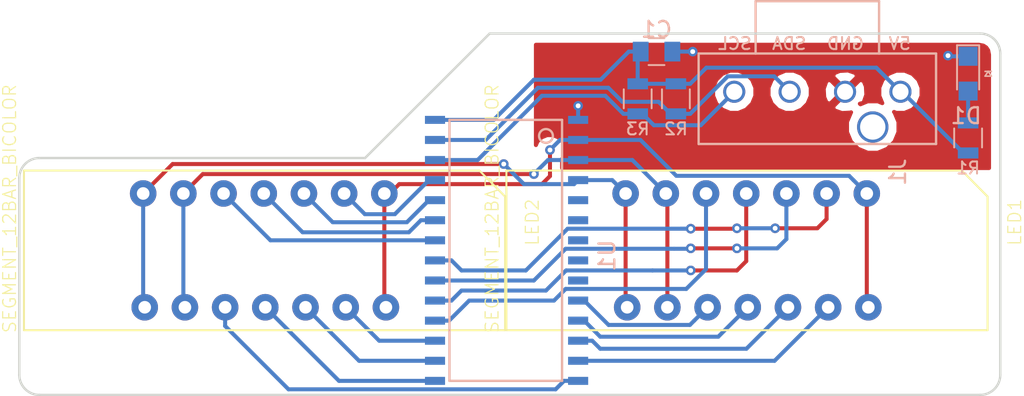
<source format=kicad_pcb>
(kicad_pcb (version 4) (host pcbnew 4.0.7-e2-6376~58~ubuntu16.04.1)

  (general
    (links 41)
    (no_connects 0)
    (area 143.180999 100.508999 205.307001 123.519001)
    (thickness 1.6)
    (drawings 14)
    (tracks 171)
    (zones 0)
    (modules 9)
    (nets 30)
  )

  (page A4)
  (layers
    (0 F.Cu signal)
    (31 B.Cu signal)
    (32 B.Adhes user)
    (33 F.Adhes user)
    (34 B.Paste user)
    (35 F.Paste user)
    (36 B.SilkS user)
    (37 F.SilkS user)
    (38 B.Mask user)
    (39 F.Mask user)
    (40 Dwgs.User user)
    (41 Cmts.User user)
    (42 Eco1.User user)
    (43 Eco2.User user)
    (44 Edge.Cuts user)
    (45 Margin user)
    (46 B.CrtYd user)
    (47 F.CrtYd user)
    (48 B.Fab user)
    (49 F.Fab user)
  )

  (setup
    (last_trace_width 0.254)
    (trace_clearance 0.1524)
    (zone_clearance 0.508)
    (zone_45_only no)
    (trace_min 0.1524)
    (segment_width 0.2)
    (edge_width 0.15)
    (via_size 0.6096)
    (via_drill 0.3048)
    (via_min_size 0.6096)
    (via_min_drill 0.3048)
    (uvia_size 0.3)
    (uvia_drill 0.1)
    (uvias_allowed no)
    (uvia_min_size 0)
    (uvia_min_drill 0)
    (pcb_text_width 0.3)
    (pcb_text_size 1.5 1.5)
    (mod_edge_width 0.15)
    (mod_text_size 1 1)
    (mod_text_width 0.15)
    (pad_size 1.524 1.524)
    (pad_drill 0.762)
    (pad_to_mask_clearance 0.2)
    (aux_axis_origin 0 0)
    (visible_elements FFFFFF7F)
    (pcbplotparams
      (layerselection 0x00030_80000001)
      (usegerberextensions false)
      (excludeedgelayer true)
      (linewidth 0.100000)
      (plotframeref false)
      (viasonmask false)
      (mode 1)
      (useauxorigin false)
      (hpglpennumber 1)
      (hpglpenspeed 20)
      (hpglpendiameter 15)
      (hpglpenoverlay 2)
      (psnegative false)
      (psa4output false)
      (plotreference true)
      (plotvalue true)
      (plotinvisibletext false)
      (padsonsilk false)
      (subtractmaskfromsilk false)
      (outputformat 1)
      (mirror false)
      (drillshape 1)
      (scaleselection 1)
      (outputdirectory ""))
  )

  (net 0 "")
  (net 1 5V)
  (net 2 GND)
  (net 3 "Net-(D1-Pad2)")
  (net 4 SCL)
  (net 5 SDA)
  (net 6 COM0)
  (net 7 ROW4)
  (net 8 ROW5)
  (net 9 ROW6)
  (net 10 ROW7)
  (net 11 COM1)
  (net 12 COM2)
  (net 13 ROW15)
  (net 14 ROW14)
  (net 15 ROW13)
  (net 16 ROW12)
  (net 17 ROW0)
  (net 18 ROW1)
  (net 19 ROW2)
  (net 20 ROW3)
  (net 21 ROW11)
  (net 22 ROW10)
  (net 23 ROW9)
  (net 24 ROW8)
  (net 25 "Net-(U1-Pad5)")
  (net 26 "Net-(U1-Pad6)")
  (net 27 "Net-(U1-Pad7)")
  (net 28 "Net-(U1-Pad8)")
  (net 29 "Net-(U1-Pad9)")

  (net_class Default "This is the default net class."
    (clearance 0.1524)
    (trace_width 0.254)
    (via_dia 0.6096)
    (via_drill 0.3048)
    (uvia_dia 0.3)
    (uvia_drill 0.1)
    (add_net 5V)
    (add_net COM0)
    (add_net COM1)
    (add_net COM2)
    (add_net GND)
    (add_net "Net-(D1-Pad2)")
    (add_net "Net-(U1-Pad5)")
    (add_net "Net-(U1-Pad6)")
    (add_net "Net-(U1-Pad7)")
    (add_net "Net-(U1-Pad8)")
    (add_net "Net-(U1-Pad9)")
    (add_net ROW0)
    (add_net ROW1)
    (add_net ROW10)
    (add_net ROW11)
    (add_net ROW12)
    (add_net ROW13)
    (add_net ROW14)
    (add_net ROW15)
    (add_net ROW2)
    (add_net ROW3)
    (add_net ROW4)
    (add_net ROW5)
    (add_net ROW6)
    (add_net ROW7)
    (add_net ROW8)
    (add_net ROW9)
    (add_net SCL)
    (add_net SDA)
  )

  (module footprints:Ultrafit_4 (layer B.Cu) (tedit 59F24F6F) (tstamp 5A5BD6B1)
    (at 193.675 104.267 270)
    (path /5A5BD75B)
    (fp_text reference J1 (at 5.08 -5.08 270) (layer B.SilkS)
      (effects (font (size 1 1) (thickness 0.15)) (justify mirror))
    )
    (fp_text value Ultrafit_4 (at 4.572 -0.508 540) (layer B.Fab) hide
      (effects (font (size 1 1) (thickness 0.15)) (justify mirror))
    )
    (fp_line (start -5.588 3.81) (end -2.54 3.81) (layer B.Fab) (width 0.15))
    (fp_line (start -2.54 3.81) (end -2.54 -3.81) (layer B.Fab) (width 0.15))
    (fp_line (start -2.54 -3.81) (end -5.588 -3.81) (layer B.Fab) (width 0.15))
    (fp_line (start -5.588 -3.81) (end -5.588 3.81) (layer B.Fab) (width 0.15))
    (fp_text user "6.55mm Clearance" (at -4.07 0 540) (layer B.Fab)
      (effects (font (size 0.5 0.5) (thickness 0.08)) (justify mirror))
    )
    (fp_line (start -2.42 3.9) (end -5.73 3.9) (layer B.SilkS) (width 0.15))
    (fp_line (start -5.73 3.9) (end -5.73 -3.9) (layer B.SilkS) (width 0.15))
    (fp_line (start -5.73 -3.9) (end -2.42 -3.9) (layer B.SilkS) (width 0.15))
    (fp_line (start -2.42 -7.5) (end 3.302 -7.5) (layer B.SilkS) (width 0.15))
    (fp_line (start -2.42 7.5) (end 3.302 7.5) (layer B.SilkS) (width 0.15))
    (fp_line (start -2.42 -7.5) (end -2.42 7.5) (layer B.SilkS) (width 0.15))
    (fp_line (start 3.302 -7.5) (end 3.302 7.5) (layer B.SilkS) (width 0.15))
    (pad 2 thru_hole circle (at 0 -1.75 270) (size 1.397 1.397) (drill 1.02) (layers *.Cu *.Mask)
      (net 2 GND))
    (pad 1 thru_hole circle (at 0 -5.25 270) (size 1.397 1.397) (drill 1.02) (layers *.Cu *.Mask)
      (net 1 5V))
    (pad "" thru_hole circle (at 2.23 -3.5 270) (size 1.981 1.981) (drill 1.6) (layers *.Cu *.Mask))
    (pad 3 thru_hole circle (at 0 1.75 90) (size 1.397 1.397) (drill 1.02) (layers *.Cu *.Mask)
      (net 5 SDA))
    (pad 4 thru_hole circle (at 0 5.25 90) (size 1.397 1.397) (drill 1.02) (layers *.Cu *.Mask)
      (net 4 SCL))
  )

  (module footprints:SOP28 (layer B.Cu) (tedit 5A42AF63) (tstamp 5A42B0FE)
    (at 178.562 106.045 270)
    (path /5A25A0FB)
    (fp_text reference U1 (at 8.5852 -1.8288 270) (layer B.SilkS)
      (effects (font (size 1 1) (thickness 0.15)) (justify mirror))
    )
    (fp_text value HT16K33 (at 8.4836 10.5664 270) (layer B.Fab)
      (effects (font (size 1 1) (thickness 0.15)) (justify mirror))
    )
    (fp_circle (center 1.016 2.032) (end 1.27 2.3876) (layer B.SilkS) (width 0.15))
    (fp_line (start 0 1.016) (end 0 8.128) (layer B.SilkS) (width 0.15))
    (fp_line (start 16.51 1.016) (end 0 1.016) (layer B.SilkS) (width 0.15))
    (fp_line (start 16.51 8.128) (end 16.51 1.016) (layer B.SilkS) (width 0.15))
    (fp_line (start 0 8.128) (end 16.51 8.128) (layer B.SilkS) (width 0.15))
    (pad 1 smd rect (at 0 0 270) (size 0.508 1.27) (layers B.Cu B.Paste B.Mask)
      (net 2 GND))
    (pad 2 smd rect (at 1.27 0 270) (size 0.508 1.27) (layers B.Cu B.Paste B.Mask)
      (net 6 COM0))
    (pad 3 smd rect (at 2.54 0 270) (size 0.508 1.27) (layers B.Cu B.Paste B.Mask)
      (net 11 COM1))
    (pad 4 smd rect (at 3.81 0 270) (size 0.508 1.27) (layers B.Cu B.Paste B.Mask)
      (net 12 COM2))
    (pad 5 smd rect (at 5.08 0 270) (size 0.508 1.27) (layers B.Cu B.Paste B.Mask)
      (net 25 "Net-(U1-Pad5)"))
    (pad 6 smd rect (at 6.35 0 270) (size 0.508 1.27) (layers B.Cu B.Paste B.Mask)
      (net 26 "Net-(U1-Pad6)"))
    (pad 7 smd rect (at 7.62 0 270) (size 0.508 1.27) (layers B.Cu B.Paste B.Mask)
      (net 27 "Net-(U1-Pad7)"))
    (pad 8 smd rect (at 8.89 0 270) (size 0.508 1.27) (layers B.Cu B.Paste B.Mask)
      (net 28 "Net-(U1-Pad8)"))
    (pad 9 smd rect (at 10.16 0 270) (size 0.508 1.27) (layers B.Cu B.Paste B.Mask)
      (net 29 "Net-(U1-Pad9)"))
    (pad 10 smd rect (at 11.43 0 270) (size 0.508 1.27) (layers B.Cu B.Paste B.Mask)
      (net 13 ROW15))
    (pad 11 smd rect (at 12.7 0 270) (size 0.508 1.27) (layers B.Cu B.Paste B.Mask)
      (net 14 ROW14))
    (pad 12 smd rect (at 13.97 0 270) (size 0.508 1.27) (layers B.Cu B.Paste B.Mask)
      (net 15 ROW13))
    (pad 13 smd rect (at 15.24 0 270) (size 0.508 1.27) (layers B.Cu B.Paste B.Mask)
      (net 16 ROW12))
    (pad 14 smd rect (at 16.51 0 270) (size 0.508 1.27) (layers B.Cu B.Paste B.Mask)
      (net 21 ROW11))
    (pad 15 smd rect (at 16.51 9.0424 270) (size 0.508 1.27) (layers B.Cu B.Paste B.Mask)
      (net 22 ROW10))
    (pad 16 smd rect (at 15.24 9.0424 270) (size 0.508 1.27) (layers B.Cu B.Paste B.Mask)
      (net 23 ROW9))
    (pad 17 smd rect (at 13.97 9.0424 270) (size 0.508 1.27) (layers B.Cu B.Paste B.Mask)
      (net 24 ROW8))
    (pad 18 smd rect (at 12.7 9.0424 270) (size 0.508 1.27) (layers B.Cu B.Paste B.Mask)
      (net 10 ROW7))
    (pad 19 smd rect (at 11.43 9.0424 270) (size 0.508 1.27) (layers B.Cu B.Paste B.Mask)
      (net 9 ROW6))
    (pad 20 smd rect (at 10.16 9.0424 270) (size 0.508 1.27) (layers B.Cu B.Paste B.Mask)
      (net 8 ROW5))
    (pad 21 smd rect (at 8.89 9.0424 270) (size 0.508 1.27) (layers B.Cu B.Paste B.Mask)
      (net 7 ROW4))
    (pad 22 smd rect (at 7.62 9.0424 270) (size 0.508 1.27) (layers B.Cu B.Paste B.Mask)
      (net 20 ROW3))
    (pad 23 smd rect (at 6.35 9.0424 270) (size 0.508 1.27) (layers B.Cu B.Paste B.Mask)
      (net 19 ROW2))
    (pad 24 smd rect (at 5.08 9.0424 270) (size 0.508 1.27) (layers B.Cu B.Paste B.Mask)
      (net 18 ROW1))
    (pad 25 smd rect (at 3.81 9.0424 270) (size 0.508 1.27) (layers B.Cu B.Paste B.Mask)
      (net 17 ROW0))
    (pad 26 smd rect (at 2.54 9.0424 270) (size 0.508 1.27) (layers B.Cu B.Paste B.Mask)
      (net 4 SCL))
    (pad 27 smd rect (at 1.27 9.0424 270) (size 0.508 1.27) (layers B.Cu B.Paste B.Mask)
      (net 5 SDA))
    (pad 28 smd rect (at 0 9.0424 270) (size 0.508 1.27) (layers B.Cu B.Paste B.Mask)
      (net 1 5V))
  )

  (module adafruit:SEGMENT_BICOL_BL-AR12Z3010 (layer F.Cu) (tedit 200000) (tstamp 5A285F20)
    (at 189.23 114.3 270)
    (descr "SOUCE: HTTP://WWW.BETLUX.COM/PRODUCT/LED_LIGHT_BAR/BL-AR12B3010XX.PDF")
    (tags "SOUCE: HTTP://WWW.BETLUX.COM/PRODUCT/LED_LIGHT_BAR/BL-AR12B3010XX.PDF")
    (path /5A24E428)
    (attr virtual)
    (fp_text reference LED1 (at -1.778 -16.9164 270) (layer F.SilkS)
      (effects (font (size 0.8128 0.8128) (thickness 0.0762)))
    )
    (fp_text value SEGMENT_12BAR_BICOLOR (at -2.6416 16.1036 270) (layer F.SilkS)
      (effects (font (size 0.8128 0.8128) (thickness 0.0762)))
    )
    (fp_line (start -2.49936 -0.39878) (end 2.49936 -0.39878) (layer Dwgs.User) (width 0.06604))
    (fp_line (start 2.49936 -0.39878) (end 2.49936 -2.13868) (layer Dwgs.User) (width 0.06604))
    (fp_line (start -2.49936 -2.13868) (end 2.49936 -2.13868) (layer Dwgs.User) (width 0.06604))
    (fp_line (start -2.49936 -0.39878) (end -2.49936 -2.13868) (layer Dwgs.User) (width 0.06604))
    (fp_line (start -2.49936 -2.93878) (end 2.49936 -2.93878) (layer Dwgs.User) (width 0.06604))
    (fp_line (start 2.49936 -2.93878) (end 2.49936 -4.67868) (layer Dwgs.User) (width 0.06604))
    (fp_line (start -2.49936 -4.67868) (end 2.49936 -4.67868) (layer Dwgs.User) (width 0.06604))
    (fp_line (start -2.49936 -2.93878) (end -2.49936 -4.67868) (layer Dwgs.User) (width 0.06604))
    (fp_line (start -2.49936 -5.47878) (end 2.49936 -5.47878) (layer Dwgs.User) (width 0.06604))
    (fp_line (start 2.49936 -5.47878) (end 2.49936 -7.21868) (layer Dwgs.User) (width 0.06604))
    (fp_line (start -2.49936 -7.21868) (end 2.49936 -7.21868) (layer Dwgs.User) (width 0.06604))
    (fp_line (start -2.49936 -5.47878) (end -2.49936 -7.21868) (layer Dwgs.User) (width 0.06604))
    (fp_line (start -2.49936 -8.01878) (end 2.49936 -8.01878) (layer Dwgs.User) (width 0.06604))
    (fp_line (start 2.49936 -8.01878) (end 2.49936 -9.75868) (layer Dwgs.User) (width 0.06604))
    (fp_line (start -2.49936 -9.75868) (end 2.49936 -9.75868) (layer Dwgs.User) (width 0.06604))
    (fp_line (start -2.49936 -8.01878) (end -2.49936 -9.75868) (layer Dwgs.User) (width 0.06604))
    (fp_line (start -2.49936 -10.55878) (end 2.49936 -10.55878) (layer Dwgs.User) (width 0.06604))
    (fp_line (start 2.49936 -10.55878) (end 2.49936 -12.29868) (layer Dwgs.User) (width 0.06604))
    (fp_line (start -2.49936 -12.29868) (end 2.49936 -12.29868) (layer Dwgs.User) (width 0.06604))
    (fp_line (start -2.49936 -10.55878) (end -2.49936 -12.29868) (layer Dwgs.User) (width 0.06604))
    (fp_line (start -2.49936 -13.09878) (end 2.49936 -13.09878) (layer Dwgs.User) (width 0.06604))
    (fp_line (start 2.49936 -13.09878) (end 2.49936 -14.83868) (layer Dwgs.User) (width 0.06604))
    (fp_line (start -2.49936 -14.83868) (end 2.49936 -14.83868) (layer Dwgs.User) (width 0.06604))
    (fp_line (start -2.49936 -13.09878) (end -2.49936 -14.83868) (layer Dwgs.User) (width 0.06604))
    (fp_line (start -2.49936 2.13868) (end 2.49936 2.13868) (layer Dwgs.User) (width 0.06604))
    (fp_line (start 2.49936 2.13868) (end 2.49936 0.39878) (layer Dwgs.User) (width 0.06604))
    (fp_line (start -2.49936 0.39878) (end 2.49936 0.39878) (layer Dwgs.User) (width 0.06604))
    (fp_line (start -2.49936 2.13868) (end -2.49936 0.39878) (layer Dwgs.User) (width 0.06604))
    (fp_line (start -2.49936 4.67868) (end 2.49936 4.67868) (layer Dwgs.User) (width 0.06604))
    (fp_line (start 2.49936 4.67868) (end 2.49936 2.93878) (layer Dwgs.User) (width 0.06604))
    (fp_line (start -2.49936 2.93878) (end 2.49936 2.93878) (layer Dwgs.User) (width 0.06604))
    (fp_line (start -2.49936 4.67868) (end -2.49936 2.93878) (layer Dwgs.User) (width 0.06604))
    (fp_line (start -2.49936 7.21868) (end 2.49936 7.21868) (layer Dwgs.User) (width 0.06604))
    (fp_line (start 2.49936 7.21868) (end 2.49936 5.47878) (layer Dwgs.User) (width 0.06604))
    (fp_line (start -2.49936 5.47878) (end 2.49936 5.47878) (layer Dwgs.User) (width 0.06604))
    (fp_line (start -2.49936 7.21868) (end -2.49936 5.47878) (layer Dwgs.User) (width 0.06604))
    (fp_line (start -2.49936 9.75868) (end 2.49936 9.75868) (layer Dwgs.User) (width 0.06604))
    (fp_line (start 2.49936 9.75868) (end 2.49936 8.01878) (layer Dwgs.User) (width 0.06604))
    (fp_line (start -2.49936 8.01878) (end 2.49936 8.01878) (layer Dwgs.User) (width 0.06604))
    (fp_line (start -2.49936 9.75868) (end -2.49936 8.01878) (layer Dwgs.User) (width 0.06604))
    (fp_line (start -2.49936 12.29868) (end 2.49936 12.29868) (layer Dwgs.User) (width 0.06604))
    (fp_line (start 2.49936 12.29868) (end 2.49936 10.55878) (layer Dwgs.User) (width 0.06604))
    (fp_line (start -2.49936 10.55878) (end 2.49936 10.55878) (layer Dwgs.User) (width 0.06604))
    (fp_line (start -2.49936 12.29868) (end -2.49936 10.55878) (layer Dwgs.User) (width 0.06604))
    (fp_line (start -2.49936 14.83868) (end 2.49936 14.83868) (layer Dwgs.User) (width 0.06604))
    (fp_line (start 2.49936 14.83868) (end 2.49936 13.09878) (layer Dwgs.User) (width 0.06604))
    (fp_line (start -2.49936 13.09878) (end 2.49936 13.09878) (layer Dwgs.User) (width 0.06604))
    (fp_line (start -2.49936 14.83868) (end -2.49936 13.09878) (layer Dwgs.User) (width 0.06604))
    (fp_line (start -5.04952 15.19936) (end 5.04952 15.19936) (layer Dwgs.User) (width 0.127))
    (fp_line (start 5.04952 15.19936) (end 5.04952 -15.19936) (layer Dwgs.User) (width 0.127))
    (fp_line (start -5.04952 15.19936) (end 5.04952 15.19936) (layer F.SilkS) (width 0.127))
    (fp_line (start 5.04952 15.19936) (end 5.04952 -15.19936) (layer F.SilkS) (width 0.127))
    (fp_line (start 5.04952 -15.19936) (end -3.4036 -15.19936) (layer F.SilkS) (width 0.127))
    (fp_line (start -3.4036 -15.19936) (end -5.04952 -13.57376) (layer F.SilkS) (width 0.127))
    (fp_line (start -5.04952 -13.57376) (end -5.04952 15.19936) (layer F.SilkS) (width 0.127))
    (fp_line (start -5.04952 15.19936) (end -5.04952 -13.57376) (layer Dwgs.User) (width 0.127))
    (fp_line (start -5.04952 -13.57376) (end -3.4036 -15.19936) (layer Dwgs.User) (width 0.127))
    (fp_line (start -3.4036 -15.19936) (end 5.04952 -15.19936) (layer Dwgs.User) (width 0.127))
    (fp_text user A (at 6.35 -13.97 270) (layer Dwgs.User)
      (effects (font (size 1.27 1.27) (thickness 0.1016)))
    )
    (fp_text user B (at 6.35 -11.43 270) (layer Dwgs.User)
      (effects (font (size 1.27 1.27) (thickness 0.1016)))
    )
    (fp_text user C (at 6.35 -8.89 270) (layer Dwgs.User)
      (effects (font (size 1.27 1.27) (thickness 0.1016)))
    )
    (fp_text user D (at 6.35 -6.35 270) (layer Dwgs.User)
      (effects (font (size 1.27 1.27) (thickness 0.1016)))
    )
    (fp_text user E (at 6.35 -3.81 270) (layer Dwgs.User)
      (effects (font (size 1.27 1.27) (thickness 0.1016)))
    )
    (fp_text user F (at 6.35 -1.27 270) (layer Dwgs.User)
      (effects (font (size 1.27 1.27) (thickness 0.1016)))
    )
    (fp_text user G (at 6.35 1.27 270) (layer Dwgs.User)
      (effects (font (size 1.27 1.27) (thickness 0.1016)))
    )
    (fp_text user H (at 6.35 3.81 270) (layer Dwgs.User)
      (effects (font (size 1.27 1.27) (thickness 0.1016)))
    )
    (fp_text user I (at 6.35 6.35 270) (layer Dwgs.User)
      (effects (font (size 1.27 1.27) (thickness 0.1016)))
    )
    (fp_text user J (at 6.35 8.89 270) (layer Dwgs.User)
      (effects (font (size 1.27 1.27) (thickness 0.1016)))
    )
    (fp_text user K (at 6.35 11.43 270) (layer Dwgs.User)
      (effects (font (size 1.27 1.27) (thickness 0.1016)))
    )
    (fp_text user L (at 6.35 13.97 270) (layer Dwgs.User)
      (effects (font (size 1.27 1.27) (thickness 0.1016)))
    )
    (pad 1 thru_hole circle (at -3.59918 -7.5692 270) (size 1.6764 1.6764) (drill 0.79756) (layers *.Cu *.Paste *.Mask)
      (net 6 COM0))
    (pad 2 thru_hole circle (at -3.59918 -5.0292 270) (size 1.6764 1.6764) (drill 0.79756) (layers *.Cu *.Paste *.Mask)
      (net 7 ROW4))
    (pad 3 thru_hole circle (at -3.59918 -2.4892 270) (size 1.6764 1.6764) (drill 0.79756) (layers *.Cu *.Paste *.Mask)
      (net 8 ROW5))
    (pad 4 thru_hole circle (at -3.59918 0.04826 270) (size 1.6764 1.6764) (drill 0.79756) (layers *.Cu *.Paste *.Mask)
      (net 9 ROW6))
    (pad 5 thru_hole circle (at -3.59918 2.58826 270) (size 1.6764 1.6764) (drill 0.79756) (layers *.Cu *.Paste *.Mask)
      (net 10 ROW7))
    (pad 6 thru_hole circle (at -3.59918 5.12826 270) (size 1.6764 1.6764) (drill 0.79756) (layers *.Cu *.Paste *.Mask)
      (net 11 COM1))
    (pad 7 thru_hole circle (at -3.59918 7.66826 270) (size 1.6764 1.6764) (drill 0.79756) (layers *.Cu *.Paste *.Mask)
      (net 12 COM2))
    (pad 8 thru_hole circle (at 3.59918 7.5692 270) (size 1.6764 1.6764) (drill 0.79756) (layers *.Cu *.Paste *.Mask)
      (net 12 COM2))
    (pad 9 thru_hole circle (at 3.59918 5.0292 270) (size 1.6764 1.6764) (drill 0.79756) (layers *.Cu *.Paste *.Mask)
      (net 11 COM1))
    (pad 10 thru_hole circle (at 3.59918 2.4892 270) (size 1.6764 1.6764) (drill 0.79756) (layers *.Cu *.Paste *.Mask)
      (net 13 ROW15))
    (pad 11 thru_hole circle (at 3.59918 -0.04826 270) (size 1.6764 1.6764) (drill 0.79756) (layers *.Cu *.Paste *.Mask)
      (net 14 ROW14))
    (pad 12 thru_hole circle (at 3.59918 -2.58826 270) (size 1.6764 1.6764) (drill 0.79756) (layers *.Cu *.Paste *.Mask)
      (net 15 ROW13))
    (pad 13 thru_hole circle (at 3.59918 -5.12826 270) (size 1.6764 1.6764) (drill 0.79756) (layers *.Cu *.Paste *.Mask)
      (net 16 ROW12))
    (pad 14 thru_hole circle (at 3.59918 -7.66826 270) (size 1.6764 1.6764) (drill 0.79756) (layers *.Cu *.Paste *.Mask)
      (net 6 COM0))
  )

  (module footprints:C_0805_OEM (layer B.Cu) (tedit 59F250E7) (tstamp 5A285EBA)
    (at 183.515 101.727)
    (descr "Capacitor SMD 0805, reflow soldering, AVX (see smccp.pdf)")
    (tags "capacitor 0805")
    (path /5A25A180)
    (attr smd)
    (fp_text reference C1 (at 0 -1.397) (layer B.SilkS)
      (effects (font (size 1 1) (thickness 0.15)) (justify mirror))
    )
    (fp_text value C_10uF (at 0 -1.75) (layer B.Fab) hide
      (effects (font (size 1 1) (thickness 0.15)) (justify mirror))
    )
    (fp_line (start -1 -0.62) (end -1 0.62) (layer B.Fab) (width 0.1))
    (fp_line (start 1 -0.62) (end -1 -0.62) (layer B.Fab) (width 0.1))
    (fp_line (start 1 0.62) (end 1 -0.62) (layer B.Fab) (width 0.1))
    (fp_line (start -1 0.62) (end 1 0.62) (layer B.Fab) (width 0.1))
    (fp_line (start 0.5 0.85) (end -0.5 0.85) (layer B.SilkS) (width 0.12))
    (fp_line (start -0.5 -0.85) (end 0.5 -0.85) (layer B.SilkS) (width 0.12))
    (fp_line (start -1.75 0.88) (end 1.75 0.88) (layer B.CrtYd) (width 0.05))
    (fp_line (start -1.75 0.88) (end -1.75 -0.87) (layer B.CrtYd) (width 0.05))
    (fp_line (start 1.75 -0.87) (end 1.75 0.88) (layer B.CrtYd) (width 0.05))
    (fp_line (start 1.75 -0.87) (end -1.75 -0.87) (layer B.CrtYd) (width 0.05))
    (pad 1 smd rect (at -1 0) (size 1 1.25) (layers B.Cu B.Paste B.Mask)
      (net 1 5V))
    (pad 2 smd rect (at 1 0) (size 1 1.25) (layers B.Cu B.Paste B.Mask)
      (net 2 GND))
    (model Capacitors_SMD.3dshapes/C_0805.wrl
      (at (xyz 0 0 0))
      (scale (xyz 1 1 1))
      (rotate (xyz 0 0 0))
    )
  )

  (module footprints:LED_0805_OEM (layer B.Cu) (tedit 59F2572F) (tstamp 5A285EC0)
    (at 203.2 103.124 270)
    (descr "LED 0805 smd package")
    (tags "LED led 0805 SMD smd SMT smt smdled SMDLED smtled SMTLED")
    (path /5A263930)
    (attr smd)
    (fp_text reference D1 (at 2.667 0.127 360) (layer B.SilkS)
      (effects (font (size 1 1) (thickness 0.15)) (justify mirror))
    )
    (fp_text value LED_0805 (at 0.508 -2.032 270) (layer B.Fab) hide
      (effects (font (size 1 1) (thickness 0.15)) (justify mirror))
    )
    (fp_line (start -1.8 0.7) (end -1.8 -0.7) (layer B.SilkS) (width 0.12))
    (fp_line (start -0.146 -1.07) (end -0.146 -1.47) (layer B.SilkS) (width 0.1))
    (fp_line (start -0.146 -1.27) (end 0.154 -1.07) (layer B.SilkS) (width 0.1))
    (fp_line (start 0.154 -1.47) (end -0.146 -1.27) (layer B.SilkS) (width 0.1))
    (fp_line (start 0.154 -1.07) (end 0.154 -1.47) (layer B.SilkS) (width 0.1))
    (fp_line (start 1 -0.6) (end -1 -0.6) (layer B.Fab) (width 0.1))
    (fp_line (start 1 0.6) (end 1 -0.6) (layer B.Fab) (width 0.1))
    (fp_line (start -1 0.6) (end 1 0.6) (layer B.Fab) (width 0.1))
    (fp_line (start -1 -0.6) (end -1 0.6) (layer B.Fab) (width 0.1))
    (fp_line (start -1.8 -0.7) (end 1 -0.7) (layer B.SilkS) (width 0.12))
    (fp_line (start -1.8 0.7) (end 1 0.7) (layer B.SilkS) (width 0.12))
    (fp_line (start 1.95 0.85) (end 1.95 -0.85) (layer B.CrtYd) (width 0.05))
    (fp_line (start 1.95 -0.85) (end -1.95 -0.85) (layer B.CrtYd) (width 0.05))
    (fp_line (start -1.95 -0.85) (end -1.95 0.85) (layer B.CrtYd) (width 0.05))
    (fp_line (start -1.95 0.85) (end 1.95 0.85) (layer B.CrtYd) (width 0.05))
    (pad 2 smd rect (at 1.1 0 90) (size 1.2 1.2) (layers B.Cu B.Paste B.Mask)
      (net 3 "Net-(D1-Pad2)"))
    (pad 1 smd rect (at -1.1 0 90) (size 1.2 1.2) (layers B.Cu B.Paste B.Mask)
      (net 2 GND))
    (model ${KISYS3DMOD}/LEDs.3dshapes/LED_0805.wrl
      (at (xyz 0 0 0))
      (scale (xyz 1 1 1))
      (rotate (xyz 0 0 180))
    )
  )

  (module adafruit:SEGMENT_BICOL_BL-AR12Z3010 (layer F.Cu) (tedit 200000) (tstamp 5A285F78)
    (at 158.75 114.3 270)
    (descr "SOUCE: HTTP://WWW.BETLUX.COM/PRODUCT/LED_LIGHT_BAR/BL-AR12B3010XX.PDF")
    (tags "SOUCE: HTTP://WWW.BETLUX.COM/PRODUCT/LED_LIGHT_BAR/BL-AR12B3010XX.PDF")
    (path /5A24E310)
    (attr virtual)
    (fp_text reference LED2 (at -1.778 -16.9164 270) (layer F.SilkS)
      (effects (font (size 0.8128 0.8128) (thickness 0.0762)))
    )
    (fp_text value SEGMENT_12BAR_BICOLOR (at -2.6416 16.1036 270) (layer F.SilkS)
      (effects (font (size 0.8128 0.8128) (thickness 0.0762)))
    )
    (fp_line (start -2.49936 -0.39878) (end 2.49936 -0.39878) (layer Dwgs.User) (width 0.06604))
    (fp_line (start 2.49936 -0.39878) (end 2.49936 -2.13868) (layer Dwgs.User) (width 0.06604))
    (fp_line (start -2.49936 -2.13868) (end 2.49936 -2.13868) (layer Dwgs.User) (width 0.06604))
    (fp_line (start -2.49936 -0.39878) (end -2.49936 -2.13868) (layer Dwgs.User) (width 0.06604))
    (fp_line (start -2.49936 -2.93878) (end 2.49936 -2.93878) (layer Dwgs.User) (width 0.06604))
    (fp_line (start 2.49936 -2.93878) (end 2.49936 -4.67868) (layer Dwgs.User) (width 0.06604))
    (fp_line (start -2.49936 -4.67868) (end 2.49936 -4.67868) (layer Dwgs.User) (width 0.06604))
    (fp_line (start -2.49936 -2.93878) (end -2.49936 -4.67868) (layer Dwgs.User) (width 0.06604))
    (fp_line (start -2.49936 -5.47878) (end 2.49936 -5.47878) (layer Dwgs.User) (width 0.06604))
    (fp_line (start 2.49936 -5.47878) (end 2.49936 -7.21868) (layer Dwgs.User) (width 0.06604))
    (fp_line (start -2.49936 -7.21868) (end 2.49936 -7.21868) (layer Dwgs.User) (width 0.06604))
    (fp_line (start -2.49936 -5.47878) (end -2.49936 -7.21868) (layer Dwgs.User) (width 0.06604))
    (fp_line (start -2.49936 -8.01878) (end 2.49936 -8.01878) (layer Dwgs.User) (width 0.06604))
    (fp_line (start 2.49936 -8.01878) (end 2.49936 -9.75868) (layer Dwgs.User) (width 0.06604))
    (fp_line (start -2.49936 -9.75868) (end 2.49936 -9.75868) (layer Dwgs.User) (width 0.06604))
    (fp_line (start -2.49936 -8.01878) (end -2.49936 -9.75868) (layer Dwgs.User) (width 0.06604))
    (fp_line (start -2.49936 -10.55878) (end 2.49936 -10.55878) (layer Dwgs.User) (width 0.06604))
    (fp_line (start 2.49936 -10.55878) (end 2.49936 -12.29868) (layer Dwgs.User) (width 0.06604))
    (fp_line (start -2.49936 -12.29868) (end 2.49936 -12.29868) (layer Dwgs.User) (width 0.06604))
    (fp_line (start -2.49936 -10.55878) (end -2.49936 -12.29868) (layer Dwgs.User) (width 0.06604))
    (fp_line (start -2.49936 -13.09878) (end 2.49936 -13.09878) (layer Dwgs.User) (width 0.06604))
    (fp_line (start 2.49936 -13.09878) (end 2.49936 -14.83868) (layer Dwgs.User) (width 0.06604))
    (fp_line (start -2.49936 -14.83868) (end 2.49936 -14.83868) (layer Dwgs.User) (width 0.06604))
    (fp_line (start -2.49936 -13.09878) (end -2.49936 -14.83868) (layer Dwgs.User) (width 0.06604))
    (fp_line (start -2.49936 2.13868) (end 2.49936 2.13868) (layer Dwgs.User) (width 0.06604))
    (fp_line (start 2.49936 2.13868) (end 2.49936 0.39878) (layer Dwgs.User) (width 0.06604))
    (fp_line (start -2.49936 0.39878) (end 2.49936 0.39878) (layer Dwgs.User) (width 0.06604))
    (fp_line (start -2.49936 2.13868) (end -2.49936 0.39878) (layer Dwgs.User) (width 0.06604))
    (fp_line (start -2.49936 4.67868) (end 2.49936 4.67868) (layer Dwgs.User) (width 0.06604))
    (fp_line (start 2.49936 4.67868) (end 2.49936 2.93878) (layer Dwgs.User) (width 0.06604))
    (fp_line (start -2.49936 2.93878) (end 2.49936 2.93878) (layer Dwgs.User) (width 0.06604))
    (fp_line (start -2.49936 4.67868) (end -2.49936 2.93878) (layer Dwgs.User) (width 0.06604))
    (fp_line (start -2.49936 7.21868) (end 2.49936 7.21868) (layer Dwgs.User) (width 0.06604))
    (fp_line (start 2.49936 7.21868) (end 2.49936 5.47878) (layer Dwgs.User) (width 0.06604))
    (fp_line (start -2.49936 5.47878) (end 2.49936 5.47878) (layer Dwgs.User) (width 0.06604))
    (fp_line (start -2.49936 7.21868) (end -2.49936 5.47878) (layer Dwgs.User) (width 0.06604))
    (fp_line (start -2.49936 9.75868) (end 2.49936 9.75868) (layer Dwgs.User) (width 0.06604))
    (fp_line (start 2.49936 9.75868) (end 2.49936 8.01878) (layer Dwgs.User) (width 0.06604))
    (fp_line (start -2.49936 8.01878) (end 2.49936 8.01878) (layer Dwgs.User) (width 0.06604))
    (fp_line (start -2.49936 9.75868) (end -2.49936 8.01878) (layer Dwgs.User) (width 0.06604))
    (fp_line (start -2.49936 12.29868) (end 2.49936 12.29868) (layer Dwgs.User) (width 0.06604))
    (fp_line (start 2.49936 12.29868) (end 2.49936 10.55878) (layer Dwgs.User) (width 0.06604))
    (fp_line (start -2.49936 10.55878) (end 2.49936 10.55878) (layer Dwgs.User) (width 0.06604))
    (fp_line (start -2.49936 12.29868) (end -2.49936 10.55878) (layer Dwgs.User) (width 0.06604))
    (fp_line (start -2.49936 14.83868) (end 2.49936 14.83868) (layer Dwgs.User) (width 0.06604))
    (fp_line (start 2.49936 14.83868) (end 2.49936 13.09878) (layer Dwgs.User) (width 0.06604))
    (fp_line (start -2.49936 13.09878) (end 2.49936 13.09878) (layer Dwgs.User) (width 0.06604))
    (fp_line (start -2.49936 14.83868) (end -2.49936 13.09878) (layer Dwgs.User) (width 0.06604))
    (fp_line (start -5.04952 15.19936) (end 5.04952 15.19936) (layer Dwgs.User) (width 0.127))
    (fp_line (start 5.04952 15.19936) (end 5.04952 -15.19936) (layer Dwgs.User) (width 0.127))
    (fp_line (start -5.04952 15.19936) (end 5.04952 15.19936) (layer F.SilkS) (width 0.127))
    (fp_line (start 5.04952 15.19936) (end 5.04952 -15.19936) (layer F.SilkS) (width 0.127))
    (fp_line (start 5.04952 -15.19936) (end -3.4036 -15.19936) (layer F.SilkS) (width 0.127))
    (fp_line (start -3.4036 -15.19936) (end -5.04952 -13.57376) (layer F.SilkS) (width 0.127))
    (fp_line (start -5.04952 -13.57376) (end -5.04952 15.19936) (layer F.SilkS) (width 0.127))
    (fp_line (start -5.04952 15.19936) (end -5.04952 -13.57376) (layer Dwgs.User) (width 0.127))
    (fp_line (start -5.04952 -13.57376) (end -3.4036 -15.19936) (layer Dwgs.User) (width 0.127))
    (fp_line (start -3.4036 -15.19936) (end 5.04952 -15.19936) (layer Dwgs.User) (width 0.127))
    (fp_text user A (at 6.35 -13.97 270) (layer Dwgs.User)
      (effects (font (size 1.27 1.27) (thickness 0.1016)))
    )
    (fp_text user B (at 6.35 -11.43 270) (layer Dwgs.User)
      (effects (font (size 1.27 1.27) (thickness 0.1016)))
    )
    (fp_text user C (at 6.35 -8.89 270) (layer Dwgs.User)
      (effects (font (size 1.27 1.27) (thickness 0.1016)))
    )
    (fp_text user D (at 6.35 -6.35 270) (layer Dwgs.User)
      (effects (font (size 1.27 1.27) (thickness 0.1016)))
    )
    (fp_text user E (at 6.35 -3.81 270) (layer Dwgs.User)
      (effects (font (size 1.27 1.27) (thickness 0.1016)))
    )
    (fp_text user F (at 6.35 -1.27 270) (layer Dwgs.User)
      (effects (font (size 1.27 1.27) (thickness 0.1016)))
    )
    (fp_text user G (at 6.35 1.27 270) (layer Dwgs.User)
      (effects (font (size 1.27 1.27) (thickness 0.1016)))
    )
    (fp_text user H (at 6.35 3.81 270) (layer Dwgs.User)
      (effects (font (size 1.27 1.27) (thickness 0.1016)))
    )
    (fp_text user I (at 6.35 6.35 270) (layer Dwgs.User)
      (effects (font (size 1.27 1.27) (thickness 0.1016)))
    )
    (fp_text user J (at 6.35 8.89 270) (layer Dwgs.User)
      (effects (font (size 1.27 1.27) (thickness 0.1016)))
    )
    (fp_text user K (at 6.35 11.43 270) (layer Dwgs.User)
      (effects (font (size 1.27 1.27) (thickness 0.1016)))
    )
    (fp_text user L (at 6.35 13.97 270) (layer Dwgs.User)
      (effects (font (size 1.27 1.27) (thickness 0.1016)))
    )
    (pad 1 thru_hole circle (at -3.59918 -7.5692 270) (size 1.6764 1.6764) (drill 0.79756) (layers *.Cu *.Paste *.Mask)
      (net 6 COM0))
    (pad 2 thru_hole circle (at -3.59918 -5.0292 270) (size 1.6764 1.6764) (drill 0.79756) (layers *.Cu *.Paste *.Mask)
      (net 17 ROW0))
    (pad 3 thru_hole circle (at -3.59918 -2.4892 270) (size 1.6764 1.6764) (drill 0.79756) (layers *.Cu *.Paste *.Mask)
      (net 18 ROW1))
    (pad 4 thru_hole circle (at -3.59918 0.04826 270) (size 1.6764 1.6764) (drill 0.79756) (layers *.Cu *.Paste *.Mask)
      (net 19 ROW2))
    (pad 5 thru_hole circle (at -3.59918 2.58826 270) (size 1.6764 1.6764) (drill 0.79756) (layers *.Cu *.Paste *.Mask)
      (net 20 ROW3))
    (pad 6 thru_hole circle (at -3.59918 5.12826 270) (size 1.6764 1.6764) (drill 0.79756) (layers *.Cu *.Paste *.Mask)
      (net 11 COM1))
    (pad 7 thru_hole circle (at -3.59918 7.66826 270) (size 1.6764 1.6764) (drill 0.79756) (layers *.Cu *.Paste *.Mask)
      (net 12 COM2))
    (pad 8 thru_hole circle (at 3.59918 7.5692 270) (size 1.6764 1.6764) (drill 0.79756) (layers *.Cu *.Paste *.Mask)
      (net 12 COM2))
    (pad 9 thru_hole circle (at 3.59918 5.0292 270) (size 1.6764 1.6764) (drill 0.79756) (layers *.Cu *.Paste *.Mask)
      (net 11 COM1))
    (pad 10 thru_hole circle (at 3.59918 2.4892 270) (size 1.6764 1.6764) (drill 0.79756) (layers *.Cu *.Paste *.Mask)
      (net 21 ROW11))
    (pad 11 thru_hole circle (at 3.59918 -0.04826 270) (size 1.6764 1.6764) (drill 0.79756) (layers *.Cu *.Paste *.Mask)
      (net 22 ROW10))
    (pad 12 thru_hole circle (at 3.59918 -2.58826 270) (size 1.6764 1.6764) (drill 0.79756) (layers *.Cu *.Paste *.Mask)
      (net 23 ROW9))
    (pad 13 thru_hole circle (at 3.59918 -5.12826 270) (size 1.6764 1.6764) (drill 0.79756) (layers *.Cu *.Paste *.Mask)
      (net 24 ROW8))
    (pad 14 thru_hole circle (at 3.59918 -7.66826 270) (size 1.6764 1.6764) (drill 0.79756) (layers *.Cu *.Paste *.Mask)
      (net 6 COM0))
  )

  (module footprints:R_0805_OEM (layer B.Cu) (tedit 5A27275B) (tstamp 5A285F84)
    (at 184.738656 104.713024 270)
    (descr "Resistor SMD 0805, reflow soldering, Vishay (see dcrcw.pdf)")
    (tags "resistor 0805")
    (path /5A25A857)
    (attr smd)
    (fp_text reference R2 (at 1.905 0 360) (layer B.SilkS)
      (effects (font (size 0.762 0.762) (thickness 0.127)) (justify mirror))
    )
    (fp_text value R_10k (at 0 -1.75 270) (layer B.Fab) hide
      (effects (font (size 1 1) (thickness 0.15)) (justify mirror))
    )
    (fp_line (start -1 -0.62) (end -1 0.62) (layer B.Fab) (width 0.1))
    (fp_line (start 1 -0.62) (end -1 -0.62) (layer B.Fab) (width 0.1))
    (fp_line (start 1 0.62) (end 1 -0.62) (layer B.Fab) (width 0.1))
    (fp_line (start -1 0.62) (end 1 0.62) (layer B.Fab) (width 0.1))
    (fp_line (start 0.6 -0.88) (end -0.6 -0.88) (layer B.SilkS) (width 0.12))
    (fp_line (start -0.6 0.88) (end 0.6 0.88) (layer B.SilkS) (width 0.12))
    (fp_line (start -1.55 0.9) (end 1.55 0.9) (layer B.CrtYd) (width 0.05))
    (fp_line (start -1.55 0.9) (end -1.55 -0.9) (layer B.CrtYd) (width 0.05))
    (fp_line (start 1.55 -0.9) (end 1.55 0.9) (layer B.CrtYd) (width 0.05))
    (fp_line (start 1.55 -0.9) (end -1.55 -0.9) (layer B.CrtYd) (width 0.05))
    (pad 1 smd rect (at -0.95 0 270) (size 0.7 1.3) (layers B.Cu B.Paste B.Mask)
      (net 1 5V))
    (pad 2 smd rect (at 0.95 0 270) (size 0.7 1.3) (layers B.Cu B.Paste B.Mask)
      (net 5 SDA))
    (model ${KISYS3DMOD}/Resistors_SMD.3dshapes/R_0805.wrl
      (at (xyz 0 0 0))
      (scale (xyz 1 1 1))
      (rotate (xyz 0 0 0))
    )
  )

  (module footprints:R_0805_OEM (layer B.Cu) (tedit 5A272773) (tstamp 5A285F8A)
    (at 182.325656 104.713024 270)
    (descr "Resistor SMD 0805, reflow soldering, Vishay (see dcrcw.pdf)")
    (tags "resistor 0805")
    (path /5A25A7D4)
    (attr smd)
    (fp_text reference R3 (at 1.905 0 360) (layer B.SilkS)
      (effects (font (size 0.762 0.762) (thickness 0.127)) (justify mirror))
    )
    (fp_text value R_10k (at 0 -1.75 270) (layer B.Fab) hide
      (effects (font (size 1 1) (thickness 0.15)) (justify mirror))
    )
    (fp_line (start -1 -0.62) (end -1 0.62) (layer B.Fab) (width 0.1))
    (fp_line (start 1 -0.62) (end -1 -0.62) (layer B.Fab) (width 0.1))
    (fp_line (start 1 0.62) (end 1 -0.62) (layer B.Fab) (width 0.1))
    (fp_line (start -1 0.62) (end 1 0.62) (layer B.Fab) (width 0.1))
    (fp_line (start 0.6 -0.88) (end -0.6 -0.88) (layer B.SilkS) (width 0.12))
    (fp_line (start -0.6 0.88) (end 0.6 0.88) (layer B.SilkS) (width 0.12))
    (fp_line (start -1.55 0.9) (end 1.55 0.9) (layer B.CrtYd) (width 0.05))
    (fp_line (start -1.55 0.9) (end -1.55 -0.9) (layer B.CrtYd) (width 0.05))
    (fp_line (start 1.55 -0.9) (end 1.55 0.9) (layer B.CrtYd) (width 0.05))
    (fp_line (start 1.55 -0.9) (end -1.55 -0.9) (layer B.CrtYd) (width 0.05))
    (pad 1 smd rect (at -0.95 0 270) (size 0.7 1.3) (layers B.Cu B.Paste B.Mask)
      (net 1 5V))
    (pad 2 smd rect (at 0.95 0 270) (size 0.7 1.3) (layers B.Cu B.Paste B.Mask)
      (net 4 SCL))
    (model ${KISYS3DMOD}/Resistors_SMD.3dshapes/R_0805.wrl
      (at (xyz 0 0 0))
      (scale (xyz 1 1 1))
      (rotate (xyz 0 0 0))
    )
  )

  (module footprints:R_0805_OEM (layer B.Cu) (tedit 5A272789) (tstamp 5A29795A)
    (at 203.2 107.188 90)
    (descr "Resistor SMD 0805, reflow soldering, Vishay (see dcrcw.pdf)")
    (tags "resistor 0805")
    (path /5A263A0D)
    (attr smd)
    (fp_text reference R1 (at -1.905 0 180) (layer B.SilkS)
      (effects (font (size 0.762 0.762) (thickness 0.127)) (justify mirror))
    )
    (fp_text value R_500 (at 0 -1.75 90) (layer B.Fab) hide
      (effects (font (size 1 1) (thickness 0.15)) (justify mirror))
    )
    (fp_line (start -1 -0.62) (end -1 0.62) (layer B.Fab) (width 0.1))
    (fp_line (start 1 -0.62) (end -1 -0.62) (layer B.Fab) (width 0.1))
    (fp_line (start 1 0.62) (end 1 -0.62) (layer B.Fab) (width 0.1))
    (fp_line (start -1 0.62) (end 1 0.62) (layer B.Fab) (width 0.1))
    (fp_line (start 0.6 -0.88) (end -0.6 -0.88) (layer B.SilkS) (width 0.12))
    (fp_line (start -0.6 0.88) (end 0.6 0.88) (layer B.SilkS) (width 0.12))
    (fp_line (start -1.55 0.9) (end 1.55 0.9) (layer B.CrtYd) (width 0.05))
    (fp_line (start -1.55 0.9) (end -1.55 -0.9) (layer B.CrtYd) (width 0.05))
    (fp_line (start 1.55 -0.9) (end 1.55 0.9) (layer B.CrtYd) (width 0.05))
    (fp_line (start 1.55 -0.9) (end -1.55 -0.9) (layer B.CrtYd) (width 0.05))
    (pad 1 smd rect (at -0.95 0 90) (size 0.7 1.3) (layers B.Cu B.Paste B.Mask)
      (net 1 5V))
    (pad 2 smd rect (at 0.95 0 90) (size 0.7 1.3) (layers B.Cu B.Paste B.Mask)
      (net 3 "Net-(D1-Pad2)"))
    (model ${KISYS3DMOD}/Resistors_SMD.3dshapes/R_0805.wrl
      (at (xyz 0 0 0))
      (scale (xyz 1 1 1))
      (rotate (xyz 0 0 0))
    )
  )

  (gr_line (start 165.1 108.458) (end 144.526 108.458) (layer Edge.Cuts) (width 0.15))
  (gr_line (start 172.974 100.584) (end 203.962 100.584) (layer Edge.Cuts) (width 0.15))
  (gr_line (start 172.974 100.584) (end 165.1 108.458) (layer Edge.Cuts) (width 0.15))
  (gr_line (start 143.256 122.174) (end 143.256 109.728) (layer Edge.Cuts) (width 0.15))
  (gr_line (start 203.962 123.444) (end 144.526 123.444) (layer Edge.Cuts) (width 0.15))
  (gr_line (start 205.232 122.174) (end 205.232 101.854) (layer Edge.Cuts) (width 0.15))
  (gr_arc (start 144.526 122.174) (end 144.526 123.444) (angle 90) (layer Edge.Cuts) (width 0.15))
  (gr_arc (start 144.526 109.728) (end 143.256 109.728) (angle 90) (layer Edge.Cuts) (width 0.15))
  (gr_arc (start 203.962 101.854) (end 203.962 100.584) (angle 90) (layer Edge.Cuts) (width 0.15))
  (gr_arc (start 203.962 122.174) (end 205.232 122.174) (angle 90) (layer Edge.Cuts) (width 0.15))
  (gr_text 5V (at 198.882 101.219) (layer B.SilkS)
    (effects (font (size 0.762 0.762) (thickness 0.127)) (justify mirror))
  )
  (gr_text GND (at 195.453 101.219) (layer B.SilkS)
    (effects (font (size 0.762 0.762) (thickness 0.127)) (justify mirror))
  )
  (gr_text SDA (at 191.897 101.219) (layer B.SilkS)
    (effects (font (size 0.762 0.762) (thickness 0.127)) (justify mirror))
  )
  (gr_text SCL (at 188.468 101.219) (layer B.SilkS)
    (effects (font (size 0.762 0.762) (thickness 0.127)) (justify mirror))
  )

  (segment (start 203.2 108.138) (end 202.9 108.138) (width 0.254) (layer B.Cu) (net 1))
  (segment (start 202.9 108.138) (end 199.029 104.267) (width 0.254) (layer B.Cu) (net 1))
  (segment (start 199.029 104.267) (end 198.925 104.267) (width 0.254) (layer B.Cu) (net 1))
  (segment (start 198.925 104.267) (end 197.401 102.743) (width 0.254) (layer B.Cu) (net 1))
  (segment (start 197.401 102.743) (end 186.66268 102.743) (width 0.254) (layer B.Cu) (net 1))
  (segment (start 186.66268 102.743) (end 185.642656 103.763024) (width 0.254) (layer B.Cu) (net 1))
  (segment (start 185.642656 103.763024) (end 184.738656 103.763024) (width 0.254) (layer B.Cu) (net 1))
  (segment (start 182.325656 103.763024) (end 182.325656 101.916344) (width 0.254) (layer B.Cu) (net 1))
  (segment (start 182.325656 101.916344) (end 182.515 101.727) (width 0.254) (layer B.Cu) (net 1))
  (segment (start 175.768 103.505) (end 173.228 106.045) (width 0.254) (layer B.Cu) (net 1))
  (segment (start 179.983 103.505) (end 175.768 103.505) (width 0.254) (layer B.Cu) (net 1))
  (segment (start 182.515 101.727) (end 181.761 101.727) (width 0.254) (layer B.Cu) (net 1))
  (segment (start 181.761 101.727) (end 179.983 103.505) (width 0.254) (layer B.Cu) (net 1))
  (segment (start 182.325656 103.763024) (end 184.738656 103.763024) (width 0.254) (layer B.Cu) (net 1))
  (segment (start 173.228 106.045) (end 169.5196 106.045) (width 0.254) (layer B.Cu) (net 1))
  (segment (start 184.515 101.727) (end 185.801 101.727) (width 0.254) (layer B.Cu) (net 2))
  (via (at 185.801 101.727) (size 0.6096) (drill 0.3048) (layers F.Cu B.Cu) (net 2))
  (segment (start 203.2 102.024) (end 201.973 102.024) (width 0.254) (layer B.Cu) (net 2))
  (segment (start 201.973 102.024) (end 201.93 101.981) (width 0.254) (layer B.Cu) (net 2))
  (via (at 201.93 101.981) (size 0.6096) (drill 0.3048) (layers F.Cu B.Cu) (net 2))
  (segment (start 178.689 106.172) (end 178.562 106.045) (width 0.254) (layer B.Cu) (net 2))
  (segment (start 178.562 106.045) (end 178.562 105.156) (width 0.254) (layer B.Cu) (net 2))
  (via (at 178.562 105.156) (size 0.6096) (drill 0.3048) (layers F.Cu B.Cu) (net 2))
  (segment (start 203.2 104.224) (end 203.2 106.238) (width 0.254) (layer B.Cu) (net 3))
  (segment (start 186.309 106.383) (end 188.425 104.267) (width 0.254) (layer B.Cu) (net 4))
  (segment (start 182.625024 105.663024) (end 183.261 106.299) (width 0.254) (layer B.Cu) (net 4))
  (segment (start 186.309 106.383) (end 183.345 106.383) (width 0.254) (layer B.Cu) (net 4))
  (segment (start 183.345 106.383) (end 183.261 106.299) (width 0.254) (layer B.Cu) (net 4))
  (segment (start 182.325656 105.663024) (end 182.625024 105.663024) (width 0.254) (layer B.Cu) (net 4))
  (segment (start 176.276 104.521) (end 172.212 108.585) (width 0.254) (layer B.Cu) (net 4))
  (segment (start 182.325656 105.663024) (end 181.421656 105.663024) (width 0.254) (layer B.Cu) (net 4))
  (segment (start 181.421656 105.663024) (end 180.279632 104.521) (width 0.254) (layer B.Cu) (net 4))
  (segment (start 180.279632 104.521) (end 176.276 104.521) (width 0.254) (layer B.Cu) (net 4))
  (segment (start 172.212 108.585) (end 169.5196 108.585) (width 0.254) (layer B.Cu) (net 4))
  (segment (start 184.738656 105.663024) (end 185.642656 105.663024) (width 0.254) (layer B.Cu) (net 5))
  (segment (start 185.642656 105.663024) (end 188.016581 103.289099) (width 0.254) (layer B.Cu) (net 5))
  (segment (start 188.016581 103.289099) (end 190.947099 103.289099) (width 0.254) (layer B.Cu) (net 5))
  (segment (start 190.947099 103.289099) (end 191.226501 103.568501) (width 0.254) (layer B.Cu) (net 5))
  (segment (start 191.226501 103.568501) (end 191.925 104.267) (width 0.254) (layer B.Cu) (net 5))
  (segment (start 176.022 104.013) (end 172.72 107.315) (width 0.254) (layer B.Cu) (net 5))
  (segment (start 181.356 104.902) (end 180.467 104.013) (width 0.254) (layer B.Cu) (net 5))
  (segment (start 180.467 104.013) (end 176.022 104.013) (width 0.254) (layer B.Cu) (net 5))
  (segment (start 183.642 104.902) (end 181.356 104.902) (width 0.254) (layer B.Cu) (net 5))
  (segment (start 184.403024 105.663024) (end 183.642 104.902) (width 0.254) (layer B.Cu) (net 5))
  (segment (start 184.738656 105.663024) (end 184.403024 105.663024) (width 0.254) (layer B.Cu) (net 5))
  (segment (start 172.72 107.315) (end 169.5196 107.315) (width 0.254) (layer B.Cu) (net 5))
  (segment (start 176.784 107.95) (end 176.784 109.601) (width 0.254) (layer F.Cu) (net 6))
  (segment (start 176.784 109.601) (end 176.276 110.109) (width 0.254) (layer F.Cu) (net 6))
  (segment (start 176.276 110.109) (end 167.259 110.109) (width 0.254) (layer F.Cu) (net 6))
  (segment (start 167.259 110.109) (end 166.66718 110.70082) (width 0.254) (layer F.Cu) (net 6))
  (segment (start 166.66718 110.70082) (end 166.3192 110.70082) (width 0.254) (layer F.Cu) (net 6))
  (segment (start 177.419 107.315) (end 178.562 107.315) (width 0.254) (layer B.Cu) (net 6))
  (segment (start 176.784 107.95) (end 177.419 107.315) (width 0.254) (layer B.Cu) (net 6))
  (via (at 176.784 107.95) (size 0.6096) (drill 0.3048) (layers F.Cu B.Cu) (net 6))
  (segment (start 166.3192 110.70082) (end 166.3192 117.80012) (width 0.254) (layer F.Cu) (net 6))
  (segment (start 166.3192 117.80012) (end 166.41826 117.89918) (width 0.254) (layer F.Cu) (net 6))
  (segment (start 166.37 110.65002) (end 166.3192 110.70082) (width 0.254) (layer B.Cu) (net 6))
  (segment (start 182.499 107.315) (end 184.767219 109.583219) (width 0.254) (layer B.Cu) (net 6))
  (segment (start 184.767219 109.583219) (end 195.681599 109.583219) (width 0.254) (layer B.Cu) (net 6))
  (segment (start 195.681599 109.583219) (end 195.961001 109.862621) (width 0.254) (layer B.Cu) (net 6))
  (segment (start 195.961001 109.862621) (end 196.7992 110.70082) (width 0.254) (layer B.Cu) (net 6))
  (segment (start 178.562 107.315) (end 182.499 107.315) (width 0.254) (layer B.Cu) (net 6))
  (segment (start 196.7992 110.70082) (end 196.7992 117.80012) (width 0.254) (layer F.Cu) (net 6))
  (segment (start 196.7992 117.80012) (end 196.89826 117.89918) (width 0.254) (layer F.Cu) (net 6))
  (segment (start 193.675 112.903) (end 194.2592 112.3188) (width 0.254) (layer F.Cu) (net 7))
  (segment (start 194.2592 112.3188) (end 194.2592 110.70082) (width 0.254) (layer F.Cu) (net 7))
  (segment (start 191.008 112.903) (end 193.675 112.903) (width 0.254) (layer F.Cu) (net 7))
  (segment (start 188.595 112.903) (end 191.008 112.903) (width 0.254) (layer B.Cu) (net 7))
  (via (at 191.008 112.903) (size 0.6096) (drill 0.3048) (layers F.Cu B.Cu) (net 7))
  (segment (start 185.674 112.928401) (end 188.569599 112.928401) (width 0.254) (layer F.Cu) (net 7))
  (segment (start 188.569599 112.928401) (end 188.595 112.903) (width 0.254) (layer F.Cu) (net 7))
  (via (at 188.595 112.903) (size 0.6096) (drill 0.3048) (layers F.Cu B.Cu) (net 7))
  (segment (start 185.039 112.928401) (end 177.901599 112.928401) (width 0.254) (layer B.Cu) (net 7))
  (segment (start 185.547 112.928401) (end 185.039 112.928401) (width 0.254) (layer B.Cu) (net 7))
  (segment (start 185.039 112.928401) (end 185.674 112.928401) (width 0.254) (layer B.Cu) (net 7))
  (via (at 185.674 112.928401) (size 0.6096) (drill 0.3048) (layers F.Cu B.Cu) (net 7))
  (segment (start 169.5196 114.935) (end 170.561 114.935) (width 0.254) (layer B.Cu) (net 7))
  (segment (start 170.561 114.935) (end 171.196 115.57) (width 0.254) (layer B.Cu) (net 7))
  (segment (start 171.196 115.57) (end 175.26 115.57) (width 0.254) (layer B.Cu) (net 7))
  (segment (start 175.26 115.57) (end 177.901599 112.928401) (width 0.254) (layer B.Cu) (net 7))
  (segment (start 191.135 114.173) (end 191.7192 113.5888) (width 0.254) (layer B.Cu) (net 8))
  (segment (start 191.7192 113.5888) (end 191.7192 110.70082) (width 0.254) (layer B.Cu) (net 8))
  (segment (start 188.595 114.173) (end 191.135 114.173) (width 0.254) (layer B.Cu) (net 8))
  (segment (start 185.674 114.173) (end 188.595 114.173) (width 0.254) (layer F.Cu) (net 8))
  (via (at 188.595 114.173) (size 0.6096) (drill 0.3048) (layers F.Cu B.Cu) (net 8))
  (segment (start 184.632599 114.198401) (end 185.648599 114.198401) (width 0.254) (layer B.Cu) (net 8))
  (segment (start 185.648599 114.198401) (end 185.674 114.173) (width 0.254) (layer B.Cu) (net 8))
  (via (at 185.674 114.173) (size 0.6096) (drill 0.3048) (layers F.Cu B.Cu) (net 8))
  (segment (start 169.5196 116.205) (end 175.768 116.205) (width 0.254) (layer B.Cu) (net 8))
  (segment (start 175.768 116.205) (end 177.774599 114.198401) (width 0.254) (layer B.Cu) (net 8))
  (segment (start 177.774599 114.198401) (end 184.632599 114.198401) (width 0.254) (layer B.Cu) (net 8))
  (segment (start 188.595 115.57) (end 189.18174 114.98326) (width 0.254) (layer F.Cu) (net 9))
  (segment (start 189.18174 114.98326) (end 189.18174 110.70082) (width 0.254) (layer F.Cu) (net 9))
  (segment (start 185.674 115.57) (end 188.595 115.57) (width 0.254) (layer F.Cu) (net 9))
  (segment (start 183.261 115.57) (end 185.674 115.57) (width 0.254) (layer B.Cu) (net 9))
  (via (at 185.674 115.57) (size 0.6096) (drill 0.3048) (layers F.Cu B.Cu) (net 9))
  (segment (start 169.5196 117.475) (end 170.561 117.475) (width 0.254) (layer B.Cu) (net 9))
  (segment (start 170.561 117.475) (end 171.196 116.84) (width 0.254) (layer B.Cu) (net 9))
  (segment (start 171.196 116.84) (end 176.53 116.84) (width 0.254) (layer B.Cu) (net 9))
  (segment (start 176.53 116.84) (end 177.8 115.57) (width 0.254) (layer B.Cu) (net 9))
  (segment (start 177.8 115.57) (end 183.261 115.57) (width 0.254) (layer B.Cu) (net 9))
  (segment (start 169.5196 118.745) (end 170.4086 118.745) (width 0.254) (layer B.Cu) (net 10))
  (segment (start 170.4086 118.745) (end 171.6786 117.475) (width 0.254) (layer B.Cu) (net 10))
  (segment (start 171.6786 117.475) (end 177.038 117.475) (width 0.254) (layer B.Cu) (net 10))
  (segment (start 177.038 117.475) (end 177.774599 116.738401) (width 0.254) (layer B.Cu) (net 10))
  (segment (start 177.774599 116.738401) (end 185.394599 116.738401) (width 0.254) (layer B.Cu) (net 10))
  (segment (start 185.394599 116.738401) (end 186.64174 115.49126) (width 0.254) (layer B.Cu) (net 10))
  (segment (start 186.64174 115.49126) (end 186.64174 110.70082) (width 0.254) (layer B.Cu) (net 10))
  (segment (start 184.2008 117.89918) (end 184.2008 110.79988) (width 0.254) (layer F.Cu) (net 11))
  (segment (start 184.2008 110.79988) (end 184.10174 110.70082) (width 0.254) (layer F.Cu) (net 11))
  (segment (start 175.768 109.474) (end 176.657 108.585) (width 0.254) (layer B.Cu) (net 11))
  (segment (start 176.657 108.585) (end 178.562 108.585) (width 0.254) (layer B.Cu) (net 11))
  (segment (start 154.84856 109.474) (end 175.768 109.474) (width 0.254) (layer F.Cu) (net 11))
  (via (at 175.768 109.474) (size 0.6096) (drill 0.3048) (layers F.Cu B.Cu) (net 11))
  (segment (start 153.62174 110.70082) (end 154.84856 109.474) (width 0.254) (layer F.Cu) (net 11))
  (segment (start 153.62174 110.70082) (end 153.62174 117.80012) (width 0.254) (layer B.Cu) (net 11))
  (segment (start 153.62174 117.80012) (end 153.7208 117.89918) (width 0.254) (layer B.Cu) (net 11))
  (segment (start 178.562 108.585) (end 181.98592 108.585) (width 0.254) (layer B.Cu) (net 11))
  (segment (start 181.98592 108.585) (end 184.10174 110.70082) (width 0.254) (layer B.Cu) (net 11))
  (segment (start 173.863 108.839) (end 175.133 110.109) (width 0.254) (layer B.Cu) (net 12))
  (segment (start 175.133 110.109) (end 178.308 110.109) (width 0.254) (layer B.Cu) (net 12))
  (segment (start 178.308 110.109) (end 178.562 109.855) (width 0.254) (layer B.Cu) (net 12))
  (segment (start 173.863 108.839) (end 152.94356 108.839) (width 0.254) (layer F.Cu) (net 12))
  (via (at 173.863 108.839) (size 0.6096) (drill 0.3048) (layers F.Cu B.Cu) (net 12))
  (segment (start 151.08174 110.70082) (end 152.94356 108.839) (width 0.254) (layer F.Cu) (net 12))
  (segment (start 178.562 109.855) (end 180.71592 109.855) (width 0.254) (layer B.Cu) (net 12))
  (segment (start 180.71592 109.855) (end 181.56174 110.70082) (width 0.254) (layer B.Cu) (net 12))
  (segment (start 181.56174 110.70082) (end 181.56174 117.80012) (width 0.254) (layer F.Cu) (net 12))
  (segment (start 181.56174 117.80012) (end 181.6608 117.89918) (width 0.254) (layer F.Cu) (net 12))
  (segment (start 151.08174 110.70082) (end 151.08174 117.80012) (width 0.254) (layer B.Cu) (net 12))
  (segment (start 151.08174 117.80012) (end 151.1808 117.89918) (width 0.254) (layer B.Cu) (net 12))
  (segment (start 178.562 117.475) (end 178.943 117.475) (width 0.254) (layer B.Cu) (net 13))
  (segment (start 178.943 117.475) (end 180.484781 119.016781) (width 0.254) (layer B.Cu) (net 13))
  (segment (start 180.484781 119.016781) (end 185.623199 119.016781) (width 0.254) (layer B.Cu) (net 13))
  (segment (start 185.623199 119.016781) (end 185.902601 118.737379) (width 0.254) (layer B.Cu) (net 13))
  (segment (start 185.902601 118.737379) (end 186.7408 117.89918) (width 0.254) (layer B.Cu) (net 13))
  (segment (start 179.959 119.761) (end 187.41644 119.761) (width 0.254) (layer B.Cu) (net 14))
  (segment (start 187.41644 119.761) (end 189.27826 117.89918) (width 0.254) (layer B.Cu) (net 14))
  (segment (start 178.943 118.745) (end 179.959 119.761) (width 0.254) (layer B.Cu) (net 14))
  (segment (start 178.562 118.745) (end 178.943 118.745) (width 0.254) (layer B.Cu) (net 14))
  (segment (start 179.959 120.523) (end 189.19444 120.523) (width 0.254) (layer B.Cu) (net 15))
  (segment (start 189.19444 120.523) (end 191.81826 117.89918) (width 0.254) (layer B.Cu) (net 15))
  (segment (start 178.562 120.015) (end 179.451 120.015) (width 0.254) (layer B.Cu) (net 15))
  (segment (start 179.451 120.015) (end 179.959 120.523) (width 0.254) (layer B.Cu) (net 15))
  (segment (start 178.562 121.285) (end 190.97244 121.285) (width 0.254) (layer B.Cu) (net 16))
  (segment (start 190.97244 121.285) (end 194.35826 117.89918) (width 0.254) (layer B.Cu) (net 16))
  (segment (start 166.9796 112.014) (end 165.09238 112.014) (width 0.254) (layer B.Cu) (net 17))
  (segment (start 165.09238 112.014) (end 163.7792 110.70082) (width 0.254) (layer B.Cu) (net 17))
  (segment (start 169.5196 109.855) (end 169.1386 109.855) (width 0.254) (layer B.Cu) (net 17))
  (segment (start 169.1386 109.855) (end 166.9796 112.014) (width 0.254) (layer B.Cu) (net 17))
  (segment (start 167.7416 112.522) (end 163.06038 112.522) (width 0.254) (layer B.Cu) (net 18))
  (segment (start 163.06038 112.522) (end 161.2392 110.70082) (width 0.254) (layer B.Cu) (net 18))
  (segment (start 169.5196 111.125) (end 169.1386 111.125) (width 0.254) (layer B.Cu) (net 18))
  (segment (start 169.1386 111.125) (end 167.7416 112.522) (width 0.254) (layer B.Cu) (net 18))
  (segment (start 167.8686 113.157) (end 161.15792 113.157) (width 0.254) (layer B.Cu) (net 19))
  (segment (start 161.15792 113.157) (end 158.70174 110.70082) (width 0.254) (layer B.Cu) (net 19))
  (segment (start 169.5196 112.395) (end 168.6306 112.395) (width 0.254) (layer B.Cu) (net 19))
  (segment (start 168.6306 112.395) (end 167.8686 113.157) (width 0.254) (layer B.Cu) (net 19))
  (segment (start 169.5196 113.665) (end 159.12592 113.665) (width 0.254) (layer B.Cu) (net 20))
  (segment (start 159.12592 113.665) (end 156.16174 110.70082) (width 0.254) (layer B.Cu) (net 20))
  (segment (start 156.2608 117.89918) (end 156.2608 119.084573) (width 0.254) (layer B.Cu) (net 21))
  (segment (start 156.2608 119.084573) (end 160.264628 123.088401) (width 0.254) (layer B.Cu) (net 21))
  (segment (start 177.139599 123.088401) (end 177.673 122.555) (width 0.254) (layer B.Cu) (net 21))
  (segment (start 160.264628 123.088401) (end 177.139599 123.088401) (width 0.254) (layer B.Cu) (net 21))
  (segment (start 177.673 122.555) (end 178.562 122.555) (width 0.254) (layer B.Cu) (net 21))
  (segment (start 169.5196 122.555) (end 163.45408 122.555) (width 0.254) (layer B.Cu) (net 22))
  (segment (start 163.45408 122.555) (end 158.79826 117.89918) (width 0.254) (layer B.Cu) (net 22))
  (segment (start 169.5196 121.285) (end 164.72408 121.285) (width 0.254) (layer B.Cu) (net 23))
  (segment (start 164.72408 121.285) (end 161.33826 117.89918) (width 0.254) (layer B.Cu) (net 23))
  (segment (start 169.5196 120.015) (end 165.99408 120.015) (width 0.254) (layer B.Cu) (net 24))
  (segment (start 165.99408 120.015) (end 163.87826 117.89918) (width 0.254) (layer B.Cu) (net 24))

  (zone (net 2) (net_name GND) (layer F.Cu) (tstamp 0) (hatch edge 0.508)
    (connect_pads (clearance 0.508))
    (min_thickness 0.254)
    (fill yes (arc_segments 16) (thermal_gap 0.508) (thermal_bridge_width 0.508))
    (polygon
      (pts
        (xy 175.768 100.584) (xy 175.768 109.22) (xy 204.724 109.22) (xy 204.724 100.584)
      )
    )
    (filled_polygon
      (pts
        (xy 204.170979 101.349478) (xy 204.348145 101.467856) (xy 204.466521 101.645019) (xy 204.522 101.923931) (xy 204.522 109.093)
        (xy 177.546 109.093) (xy 177.546 108.517248) (xy 177.580259 108.483049) (xy 177.723637 108.137758) (xy 177.723963 107.763882)
        (xy 177.581188 107.418341) (xy 177.317049 107.153741) (xy 176.971758 107.010363) (xy 176.597882 107.010037) (xy 176.252341 107.152812)
        (xy 175.987741 107.416951) (xy 175.895 107.640295) (xy 175.895 104.531086) (xy 187.091269 104.531086) (xy 187.293854 105.02138)
        (xy 187.668647 105.396827) (xy 188.158587 105.600268) (xy 188.689086 105.600731) (xy 189.17938 105.398146) (xy 189.554827 105.023353)
        (xy 189.758268 104.533413) (xy 189.75827 104.531086) (xy 190.591269 104.531086) (xy 190.793854 105.02138) (xy 191.168647 105.396827)
        (xy 191.658587 105.600268) (xy 192.189086 105.600731) (xy 192.67938 105.398146) (xy 192.876681 105.201188) (xy 194.670417 105.201188)
        (xy 194.732071 105.4368) (xy 195.23248 105.612927) (xy 195.762199 105.584148) (xy 195.807382 105.565433) (xy 195.797772 105.575026)
        (xy 195.549783 106.17225) (xy 195.549219 106.818913) (xy 195.796165 107.416569) (xy 196.253026 107.874228) (xy 196.85025 108.122217)
        (xy 197.496913 108.122781) (xy 198.094569 107.875835) (xy 198.552228 107.418974) (xy 198.800217 106.82175) (xy 198.800781 106.175087)
        (xy 198.553835 105.577431) (xy 198.51861 105.542144) (xy 198.658587 105.600268) (xy 199.189086 105.600731) (xy 199.67938 105.398146)
        (xy 200.054827 105.023353) (xy 200.258268 104.533413) (xy 200.258731 104.002914) (xy 200.056146 103.51262) (xy 199.681353 103.137173)
        (xy 199.191413 102.933732) (xy 198.660914 102.933269) (xy 198.17062 103.135854) (xy 197.795173 103.510647) (xy 197.591732 104.000587)
        (xy 197.591269 104.531086) (xy 197.780151 104.988216) (xy 197.49975 104.871783) (xy 196.853087 104.871219) (xy 196.397197 105.059589)
        (xy 196.35919 105.021582) (xy 196.5948 104.959929) (xy 196.770927 104.45952) (xy 196.742148 103.929801) (xy 196.5948 103.574071)
        (xy 196.359188 103.512417) (xy 195.604605 104.267) (xy 195.618748 104.281143) (xy 195.439143 104.460748) (xy 195.425 104.446605)
        (xy 194.670417 105.201188) (xy 192.876681 105.201188) (xy 193.054827 105.023353) (xy 193.258268 104.533413) (xy 193.258668 104.07448)
        (xy 194.079073 104.07448) (xy 194.107852 104.604199) (xy 194.2552 104.959929) (xy 194.490812 105.021583) (xy 195.245395 104.267)
        (xy 194.490812 103.512417) (xy 194.2552 103.574071) (xy 194.079073 104.07448) (xy 193.258668 104.07448) (xy 193.258731 104.002914)
        (xy 193.056146 103.51262) (xy 192.876652 103.332812) (xy 194.670417 103.332812) (xy 195.425 104.087395) (xy 196.179583 103.332812)
        (xy 196.117929 103.0972) (xy 195.61752 102.921073) (xy 195.087801 102.949852) (xy 194.732071 103.0972) (xy 194.670417 103.332812)
        (xy 192.876652 103.332812) (xy 192.681353 103.137173) (xy 192.191413 102.933732) (xy 191.660914 102.933269) (xy 191.17062 103.135854)
        (xy 190.795173 103.510647) (xy 190.591732 104.000587) (xy 190.591269 104.531086) (xy 189.75827 104.531086) (xy 189.758731 104.002914)
        (xy 189.556146 103.51262) (xy 189.181353 103.137173) (xy 188.691413 102.933732) (xy 188.160914 102.933269) (xy 187.67062 103.135854)
        (xy 187.295173 103.510647) (xy 187.091732 104.000587) (xy 187.091269 104.531086) (xy 175.895 104.531086) (xy 175.895 101.294)
        (xy 203.89207 101.294)
      )
    )
  )
)

</source>
